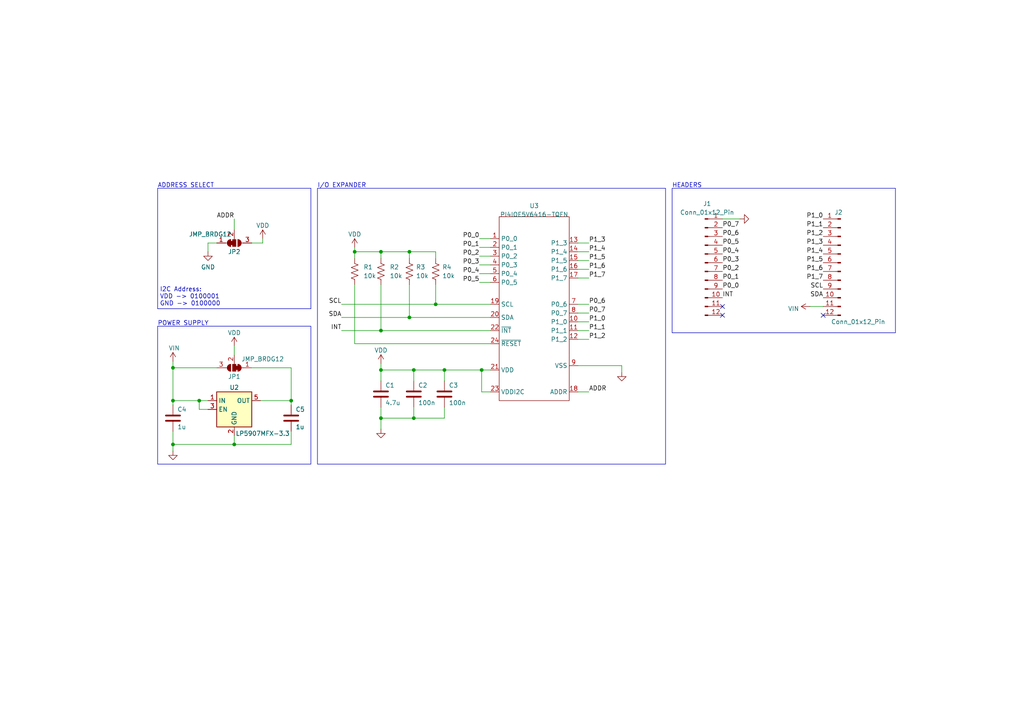
<source format=kicad_sch>
(kicad_sch (version 20230121) (generator eeschema)
  (paper "A4")
  (title_block (title "PI4IO IO Expander Breakout") (date "2023-07-21") (rev "3") (comment 1 "Designer: Jacob Simeone (jsimeone0105@gmail.com)"))
  (lib_symbols
    (symbol "Connector:Conn_01x12_Pin" (pin_names (offset 1.016) hide)
      (property "Reference" "J" (at 0 15.24 0))
      (property "Value" "Conn_01x12_Pin" (at 0 -17.78 0))
      (symbol "Conn_01x12_Pin_1_1"
        (polyline (pts (xy 1.27 -15.24) (xy 0.8636 -15.24)) (stroke (width 0.1524)))
        (polyline (pts (xy 1.27 -12.7) (xy 0.8636 -12.7)) (stroke (width 0.1524)))
        (polyline (pts (xy 1.27 -10.16) (xy 0.8636 -10.16)) (stroke (width 0.1524)))
        (polyline (pts (xy 1.27 -7.62) (xy 0.8636 -7.62)) (stroke (width 0.1524)))
        (polyline (pts (xy 1.27 -5.08) (xy 0.8636 -5.08)) (stroke (width 0.1524)))
        (polyline (pts (xy 1.27 -2.54) (xy 0.8636 -2.54)) (stroke (width 0.1524)))
        (polyline (pts (xy 1.27 0) (xy 0.8636 0)) (stroke (width 0.1524)))
        (polyline (pts (xy 1.27 2.54) (xy 0.8636 2.54)) (stroke (width 0.1524)))
        (polyline (pts (xy 1.27 5.08) (xy 0.8636 5.08)) (stroke (width 0.1524)))
        (polyline (pts (xy 1.27 7.62) (xy 0.8636 7.62)) (stroke (width 0.1524)))
        (polyline (pts (xy 1.27 10.16) (xy 0.8636 10.16)) (stroke (width 0.1524)))
        (polyline (pts (xy 1.27 12.7) (xy 0.8636 12.7)) (stroke (width 0.1524)))
        (rectangle (start 0.8636 -15.113) (end 0 -15.367) (stroke (width 0.1524)) (fill (type outline)))
        (rectangle (start 0.8636 -12.573) (end 0 -12.827) (stroke (width 0.1524)) (fill (type outline)))
        (rectangle (start 0.8636 -10.033) (end 0 -10.287) (stroke (width 0.1524)) (fill (type outline)))
        (rectangle (start 0.8636 -7.493) (end 0 -7.747) (stroke (width 0.1524)) (fill (type outline)))
        (rectangle (start 0.8636 -4.953) (end 0 -5.207) (stroke (width 0.1524)) (fill (type outline)))
        (rectangle (start 0.8636 -2.413) (end 0 -2.667) (stroke (width 0.1524)) (fill (type outline)))
        (rectangle (start 0.8636 0.127) (end 0 -0.127) (stroke (width 0.1524)) (fill (type outline)))
        (rectangle (start 0.8636 2.667) (end 0 2.413) (stroke (width 0.1524)) (fill (type outline)))
        (rectangle (start 0.8636 5.207) (end 0 4.953) (stroke (width 0.1524)) (fill (type outline)))
        (rectangle (start 0.8636 7.747) (end 0 7.493) (stroke (width 0.1524)) (fill (type outline)))
        (rectangle (start 0.8636 10.287) (end 0 10.033) (stroke (width 0.1524)) (fill (type outline)))
        (rectangle (start 0.8636 12.827) (end 0 12.573) (stroke (width 0.1524)) (fill (type outline)))
        (pin passive line (at 5.08 12.7 180) (length 3.81) (name "Pin_1") (number "1"))
        (pin passive line (at 5.08 -10.16 180) (length 3.81) (name "Pin_10") (number "10"))
        (pin passive line (at 5.08 -12.7 180) (length 3.81) (name "Pin_11") (number "11"))
        (pin passive line (at 5.08 -15.24 180) (length 3.81) (name "Pin_12") (number "12"))
        (pin passive line (at 5.08 10.16 180) (length 3.81) (name "Pin_2") (number "2"))
        (pin passive line (at 5.08 7.62 180) (length 3.81) (name "Pin_3") (number "3"))
        (pin passive line (at 5.08 5.08 180) (length 3.81) (name "Pin_4") (number "4"))
        (pin passive line (at 5.08 2.54 180) (length 3.81) (name "Pin_5") (number "5"))
        (pin passive line (at 5.08 0 180) (length 3.81) (name "Pin_6") (number "6"))
        (pin passive line (at 5.08 -2.54 180) (length 3.81) (name "Pin_7") (number "7"))
        (pin passive line (at 5.08 -5.08 180) (length 3.81) (name "Pin_8") (number "8"))
        (pin passive line (at 5.08 -7.62 180) (length 3.81) (name "Pin_9") (number "9"))
      )
    )
    (symbol "Device:C" (pin_numbers hide) (pin_names (offset 0.254))
      (property "Reference" "C" (at 0.635 2.54 0))
      (property "Value" "C" (at 0.635 -2.54 0))
      (symbol "C_0_1"
        (polyline (pts (xy -2.032 -0.762) (xy 2.032 -0.762)) (stroke (width 0.508)))
        (polyline (pts (xy -2.032 0.762) (xy 2.032 0.762)) (stroke (width 0.508)))
      )
      (symbol "C_1_1"
        (pin passive line (at 0 3.81 270) (length 2.794) (name "~") (number "1"))
        (pin passive line (at 0 -3.81 90) (length 2.794) (name "~") (number "2"))
      )
    )
    (symbol "Device:R_US" (pin_numbers hide) (pin_names (offset 0))
      (property "Reference" "R" (at 2.54 0 90))
      (property "Value" "R_US" (at -2.54 0 90))
      (symbol "R_US_0_1"
        (polyline (pts (xy 0 -2.286) (xy 0 -2.54)))
        (polyline (pts (xy 0 2.286) (xy 0 2.54)))
        (polyline (pts (xy 0 -0.762) (xy 1.016 -1.143) (xy 0 -1.524) (xy -1.016 -1.905) (xy 0 -2.286)))
        (polyline (pts (xy 0 0.762) (xy 1.016 0.381) (xy 0 0) (xy -1.016 -0.381) (xy 0 -0.762)))
        (polyline (pts (xy 0 2.286) (xy 1.016 1.905) (xy 0 1.524) (xy -1.016 1.143) (xy 0 0.762)))
      )
      (symbol "R_US_1_1"
        (pin passive line (at 0 3.81 270) (length 1.27) (name "~") (number "1"))
        (pin passive line (at 0 -3.81 90) (length 1.27) (name "~") (number "2"))
      )
    )
    (symbol "JS_DiodesInc:PI4IOE5V6416-TQFN"
      (property "Reference" "U" (at 0 25.4 0))
      (property "Value" "PI4IOE5V6416-TQFN" (at -10.16 29.21 0))
      (symbol "PI4IOE5V6416-TQFN_0_0"
        (pin bidirectional line (at -12.7 21.59 0) (length 2.54) (name "P0_0") (number "1"))
        (pin bidirectional line (at 12.7 -2.54 180) (length 2.54) (name "P1_0") (number "10"))
        (pin bidirectional line (at 12.7 -5.08 180) (length 2.54) (name "P1_1") (number "11"))
        (pin bidirectional line (at 12.7 -7.62 180) (length 2.54) (name "P1_2") (number "12"))
        (pin bidirectional line (at 12.7 20.32 180) (length 2.54) (name "P1_3") (number "13"))
        (pin bidirectional line (at 12.7 17.78 180) (length 2.54) (name "P1_4") (number "14"))
        (pin bidirectional line (at 12.7 15.24 180) (length 2.54) (name "P1_5") (number "15"))
        (pin bidirectional line (at 12.7 12.7 180) (length 2.54) (name "P1_6") (number "16"))
        (pin bidirectional line (at 12.7 10.16 180) (length 2.54) (name "P1_7") (number "17"))
        (pin bidirectional line (at -12.7 2.54 0) (length 2.54) (name "SCL") (number "19"))
        (pin bidirectional line (at -12.7 19.05 0) (length 2.54) (name "P0_1") (number "2"))
        (pin bidirectional line (at -12.7 -1.27 0) (length 2.54) (name "SDA") (number "20"))
        (pin power_in line (at -12.7 -16.51 0) (length 2.54) (name "VDD") (number "21"))
        (pin power_in line (at -12.7 -22.86 0) (length 2.54) (name "VDDI2C") (number "23"))
        (pin bidirectional line (at -12.7 16.51 0) (length 2.54) (name "P0_2") (number "3"))
        (pin bidirectional line (at -12.7 13.97 0) (length 2.54) (name "P0_3") (number "4"))
        (pin bidirectional line (at -12.7 11.43 0) (length 2.54) (name "P0_4") (number "5"))
        (pin bidirectional line (at -12.7 8.89 0) (length 2.54) (name "P0_5") (number "6"))
        (pin bidirectional line (at 12.7 2.54 180) (length 2.54) (name "P0_6") (number "7"))
        (pin bidirectional line (at 12.7 0 180) (length 2.54) (name "P0_7") (number "8"))
        (pin passive line (at 12.7 -15.24 180) (length 2.54) (name "VSS") (number "9"))
      )
      (symbol "PI4IOE5V6416-TQFN_0_1"
        (rectangle (start -10.16 27.94) (end 10.16 -25.4))
      )
      (symbol "PI4IOE5V6416-TQFN_1_0"
        (pin input line (at 12.7 -22.86 180) (length 2.54) (name "ADDR") (number "18"))
        (pin output line (at -12.7 -5.08 0) (length 2.54) (name "~{INT}") (number "22"))
        (pin input line (at -12.7 -8.89 0) (length 2.54) (name "~{RESET}") (number "24"))
      )
    )
    (symbol "Jumper:SolderJumper_3_Bridged12" (pin_names (offset 0) hide)
      (property "Reference" "JP" (at -2.54 -2.54 0))
      (property "Value" "SolderJumper_3_Bridged12" (at 0 2.794 0))
      (symbol "SolderJumper_3_Bridged12_0_1"
        (rectangle (start -1.016 0.508) (end -0.508 -0.508) (fill (type outline)))
        (arc (start -1.016 1.016) (mid -2.0276 0) (end -1.016 -1.016))
        (arc (start -1.016 1.016) (mid -2.0276 0) (end -1.016 -1.016) (fill (type outline)))
        (rectangle (start -0.508 1.016) (end 0.508 -1.016) (fill (type outline)))
        (polyline (pts (xy -2.54 0) (xy -2.032 0)))
        (polyline (pts (xy -1.016 1.016) (xy -1.016 -1.016)))
        (polyline (pts (xy 0 -1.27) (xy 0 -1.016)))
        (polyline (pts (xy 1.016 1.016) (xy 1.016 -1.016)))
        (polyline (pts (xy 2.54 0) (xy 2.032 0)))
        (arc (start 1.016 -1.016) (mid 2.0276 0) (end 1.016 1.016))
        (arc (start 1.016 -1.016) (mid 2.0276 0) (end 1.016 1.016) (fill (type outline)))
      )
      (symbol "SolderJumper_3_Bridged12_1_1"
        (pin passive line (at -5.08 0 0) (length 2.54) (name "A") (number "1"))
        (pin passive line (at 0 -3.81 90) (length 2.54) (name "C") (number "2"))
        (pin passive line (at 5.08 0 180) (length 2.54) (name "B") (number "3"))
      )
    )
    (symbol "PWF_power:VIN" (power) (pin_names (offset 0))
      (property "Value" "VIN" (at 0 3.81 0))
      (symbol "VIN_0_1"
        (polyline (pts (xy -0.762 1.27) (xy 0 2.54)))
        (polyline (pts (xy 0 0) (xy 0 2.54)))
        (polyline (pts (xy 0 2.54) (xy 0.762 1.27)))
      )
      (symbol "VIN_1_1"
        (pin power_in line (at 0 0 90) (length 0) hide (name "VIN") (number "1"))
      )
    )
    (symbol "Regulator_Linear:LP5907MFX-3.3"
      (property "Reference" "U" (at -3.81 6.35 0))
      (property "Value" "LP5907MFX-3.3" (at 6.35 6.35 0))
      (symbol "LP5907MFX-3.3_0_1"
        (rectangle (start -5.08 -5.08) (end 5.08 5.08) (stroke (width 0.254)) (fill (type background)))
        (pin power_in line (at -7.62 2.54 0) (length 2.54) (name "IN") (number "1"))
        (pin power_in line (at 0 -7.62 90) (length 2.54) (name "GND") (number "2"))
        (pin input line (at -7.62 0 0) (length 2.54) (name "EN") (number "3"))
        (pin no_connect line (at 5.08 0 180) (length 2.54) hide (name "NC") (number "4"))
        (pin power_out line (at 7.62 2.54 180) (length 2.54) (name "OUT") (number "5"))
      )
    )
    (symbol "power:GND" (power) (pin_names (offset 0))
      (property "Value" "GND" (at 0 -3.81 0))
      (symbol "GND_0_1"
        (polyline (pts (xy 0 0) (xy 0 -1.27) (xy 1.27 -1.27) (xy 0 -2.54) (xy -1.27 -1.27) (xy 0 -1.27)))
      )
      (symbol "GND_1_1"
        (pin power_in line (at 0 0 270) (length 0) hide (name "GND") (number "1"))
      )
    )
    (symbol "power:VDD" (power) (pin_names (offset 0))
      (property "Value" "VDD" (at 0 3.81 0))
      (symbol "VDD_0_1"
        (polyline (pts (xy -0.762 1.27) (xy 0 2.54)))
        (polyline (pts (xy 0 0) (xy 0 2.54)))
        (polyline (pts (xy 0 2.54) (xy 0.762 1.27)))
      )
      (symbol "VDD_1_1"
        (pin power_in line (at 0 0 90) (length 0) hide (name "VDD") (number "1"))
      )
    )
  )
  (junction (at 128.905 107.315))
  (junction (at 118.745 73.025))
  (junction (at 67.945 128.905))
  (junction (at 120.015 107.315))
  (junction (at 50.165 106.68))
  (junction (at 110.49 73.025))
  (junction (at 50.165 128.905))
  (junction (at 139.7 107.315))
  (junction (at 110.49 121.285))
  (junction (at 126.365 88.265))
  (junction (at 118.745 92.075))
  (junction (at 84.455 116.205))
  (junction (at 120.015 121.285))
  (junction (at 57.785 116.205))
  (junction (at 102.87 73.025))
  (junction (at 110.49 95.885))
  (junction (at 110.49 107.315))
  (junction (at 50.165 116.205))
  (no_connect (at 209.55 88.9))
  (no_connect (at 209.55 91.44))
  (no_connect (at 238.76 91.44))
  (wire (pts (xy 67.945 126.365) (xy 67.945 128.905)))
  (wire (pts (xy 60.325 116.205) (xy 57.785 116.205)))
  (wire (pts (xy 75.565 116.205) (xy 84.455 116.205)))
  (wire (pts (xy 128.905 107.315) (xy 120.015 107.315)))
  (polyline (pts (xy 90.17 89.535) (xy 45.72 89.535)))
  (wire (pts (xy 60.325 118.745) (xy 57.785 118.745)))
  (wire (pts (xy 99.06 95.885) (xy 110.49 95.885)))
  (wire (pts (xy 128.905 121.285) (xy 120.015 121.285)))
  (wire (pts (xy 84.455 128.905) (xy 84.455 125.095)))
  (wire (pts (xy 167.64 95.885) (xy 170.815 95.885)))
  (wire (pts (xy 118.745 92.075) (xy 142.24 92.075)))
  (wire (pts (xy 118.745 92.075) (xy 118.745 82.55)))
  (wire (pts (xy 126.365 73.025) (xy 118.745 73.025)))
  (wire (pts (xy 128.905 118.11) (xy 128.905 121.285)))
  (wire (pts (xy 110.49 95.885) (xy 142.24 95.885)))
  (wire (pts (xy 84.455 106.68) (xy 73.025 106.68)))
  (polyline (pts (xy 45.72 89.535) (xy 45.72 54.61)))
  (wire (pts (xy 167.64 113.665) (xy 170.815 113.665)))
  (wire (pts (xy 57.785 116.205) (xy 50.165 116.205)))
  (wire (pts (xy 142.24 113.665) (xy 139.7 113.665)))
  (wire (pts (xy 167.64 75.565) (xy 170.815 75.565)))
  (wire (pts (xy 139.065 79.375) (xy 142.24 79.375)))
  (wire (pts (xy 73.025 70.485) (xy 76.2 70.485)))
  (wire (pts (xy 234.95 88.9) (xy 238.76 88.9)))
  (wire (pts (xy 110.49 95.885) (xy 110.49 82.55)))
  (wire (pts (xy 102.87 99.695) (xy 102.87 82.55)))
  (polyline (pts (xy 45.72 54.61) (xy 90.17 54.61)))
  (wire (pts (xy 167.64 73.025) (xy 170.815 73.025)))
  (wire (pts (xy 57.785 118.745) (xy 57.785 116.205)))
  (wire (pts (xy 139.065 81.915) (xy 142.24 81.915)))
  (wire (pts (xy 167.64 88.265) (xy 170.815 88.265)))
  (wire (pts (xy 67.945 100.33) (xy 67.945 102.87)))
  (wire (pts (xy 120.015 118.11) (xy 120.015 121.285)))
  (wire (pts (xy 76.2 69.215) (xy 76.2 70.485)))
  (wire (pts (xy 102.87 73.025) (xy 102.87 71.755)))
  (wire (pts (xy 50.165 116.205) (xy 50.165 117.475)))
  (wire (pts (xy 50.165 128.905) (xy 67.945 128.905)))
  (wire (pts (xy 167.64 93.345) (xy 170.815 93.345)))
  (wire (pts (xy 126.365 88.265) (xy 142.24 88.265)))
  (wire (pts (xy 110.49 118.11) (xy 110.49 121.285)))
  (wire (pts (xy 62.865 70.485) (xy 60.325 70.485)))
  (wire (pts (xy 84.455 116.205) (xy 84.455 106.68)))
  (wire (pts (xy 180.34 106.045) (xy 180.34 107.95)))
  (wire (pts (xy 110.49 73.025) (xy 102.87 73.025)))
  (wire (pts (xy 99.06 88.265) (xy 126.365 88.265)))
  (wire (pts (xy 84.455 116.205) (xy 84.455 117.475)))
  (wire (pts (xy 167.64 70.485) (xy 170.815 70.485)))
  (wire (pts (xy 167.64 90.805) (xy 170.815 90.805)))
  (wire (pts (xy 60.325 70.485) (xy 60.325 73.025)))
  (wire (pts (xy 102.87 73.025) (xy 102.87 74.93)))
  (wire (pts (xy 110.49 107.315) (xy 110.49 110.49)))
  (wire (pts (xy 110.49 121.285) (xy 110.49 124.46)))
  (wire (pts (xy 50.165 128.905) (xy 50.165 130.81)))
  (wire (pts (xy 50.165 106.68) (xy 62.865 106.68)))
  (wire (pts (xy 167.64 78.105) (xy 170.815 78.105)))
  (wire (pts (xy 118.745 73.025) (xy 118.745 74.93)))
  (wire (pts (xy 128.905 107.315) (xy 128.905 110.49)))
  (wire (pts (xy 120.015 121.285) (xy 110.49 121.285)))
  (wire (pts (xy 139.065 71.755) (xy 142.24 71.755)))
  (wire (pts (xy 167.64 106.045) (xy 180.34 106.045)))
  (polyline (pts (xy 90.17 54.61) (xy 90.17 89.535)))
  (wire (pts (xy 126.365 88.265) (xy 126.365 82.55)))
  (wire (pts (xy 120.015 107.315) (xy 110.49 107.315)))
  (wire (pts (xy 209.55 63.5) (xy 214.63 63.5)))
  (wire (pts (xy 139.065 76.835) (xy 142.24 76.835)))
  (wire (pts (xy 139.065 74.295) (xy 142.24 74.295)))
  (wire (pts (xy 50.165 125.095) (xy 50.165 128.905)))
  (wire (pts (xy 50.165 106.68) (xy 50.165 116.205)))
  (wire (pts (xy 142.24 99.695) (xy 102.87 99.695)))
  (wire (pts (xy 110.49 73.025) (xy 110.49 74.93)))
  (wire (pts (xy 139.7 113.665) (xy 139.7 107.315)))
  (wire (pts (xy 167.64 98.425) (xy 170.815 98.425)))
  (wire (pts (xy 139.7 107.315) (xy 128.905 107.315)))
  (wire (pts (xy 139.065 69.215) (xy 142.24 69.215)))
  (wire (pts (xy 167.64 80.645) (xy 170.815 80.645)))
  (wire (pts (xy 142.24 107.315) (xy 139.7 107.315)))
  (wire (pts (xy 126.365 74.93) (xy 126.365 73.025)))
  (wire (pts (xy 67.945 128.905) (xy 84.455 128.905)))
  (wire (pts (xy 110.49 107.315) (xy 110.49 105.41)))
  (wire (pts (xy 118.745 73.025) (xy 110.49 73.025)))
  (wire (pts (xy 120.015 107.315) (xy 120.015 110.49)))
  (wire (pts (xy 67.945 63.5) (xy 67.945 66.675)))
  (wire (pts (xy 99.06 92.075) (xy 118.745 92.075)))
  (wire (pts (xy 50.165 104.775) (xy 50.165 106.68)))
  (rectangle (start 92.075 54.61) (end 193.04 134.62))
  (rectangle (start 45.72 94.615) (end 90.17 134.62))
  (rectangle (start 194.945 54.61) (end 259.715 96.52))
  (text "POWER SUPPLY" (at 45.72 94.615 0) (effects (font (size 1.27 1.27)) (justify left bottom)))
  (text "ADDRESS SELECT" (at 45.72 54.61 0) (effects (font (size 1.27 1.27)) (justify left bottom)))
  (text "HEADERS" (at 194.945 54.61 0) (effects (font (size 1.27 1.27)) (justify left bottom)))
  (text "I2C Address:\nVDD -> 0100001\nGND -> 0100000" (at 46.355 88.9 0) (effects (font (size 1.27 1.27)) (justify left bottom)))
  (text "I/O EXPANDER" (at 92.075 54.61 0) (effects (font (size 1.27 1.27)) (justify left bottom)))
  (label "SDA" (at 99.06 92.075 180))
  (label "P0_2" (at 209.55 78.74 0))
  (label "P1_2" (at 238.76 68.58 180))
  (label "P0_4" (at 139.065 79.375 180))
  (label "P0_0" (at 139.065 69.215 180))
  (label "P1_4" (at 238.76 73.66 180))
  (label "P0_4" (at 209.55 73.66 0))
  (label "P1_5" (at 238.76 76.2 180))
  (label "P1_7" (at 170.815 80.645 0))
  (label "ADDR" (at 170.815 113.665 0))
  (label "INT" (at 209.55 86.36 0))
  (label "P0_6" (at 170.815 88.265 0))
  (label "P1_3" (at 170.815 70.485 0))
  (label "P1_1" (at 170.815 95.885 0))
  (label "P0_5" (at 139.065 81.915 180))
  (label "P1_0" (at 170.815 93.345 0))
  (label "P0_5" (at 209.55 71.12 0))
  (label "P1_5" (at 170.815 75.565 0))
  (label "P1_6" (at 238.76 78.74 180))
  (label "P1_7" (at 238.76 81.28 180))
  (label "INT" (at 99.06 95.885 180))
  (label "P0_1" (at 139.065 71.755 180))
  (label "P0_6" (at 209.55 68.58 0))
  (label "P0_2" (at 139.065 74.295 180))
  (label "P0_7" (at 209.55 66.04 0))
  (label "SCL" (at 99.06 88.265 180))
  (label "P0_7" (at 170.815 90.805 0))
  (label "P1_0" (at 238.76 63.5 180))
  (label "P1_6" (at 170.815 78.105 0))
  (label "SDA" (at 238.76 86.36 180))
  (label "P1_4" (at 170.815 73.025 0))
  (label "P1_1" (at 238.76 66.04 180))
  (label "SCL" (at 238.76 83.82 180))
  (label "P0_0" (at 209.55 83.82 0))
  (label "P1_2" (at 170.815 98.425 0))
  (label "P0_1" (at 209.55 81.28 0))
  (label "ADDR" (at 67.945 63.5 180))
  (label "P0_3" (at 209.55 76.2 0))
  (label "P0_3" (at 139.065 76.835 180))
  (label "P1_3" (at 238.76 71.12 180))
  (symbol (lib_id "Connector:Conn_01x12_Pin") (at 204.47 76.2 0) (unit 1)
    (property "Reference" "J1" (at 205.105 59.0719 0))
    (property "Value" "Conn_01x12_Pin" (at 205.105 61.6119 0))
    (property "Footprint" "Connector_PinHeader_2.54mm:PinHeader_1x12_P2.54mm_Vertical" (effects hide))
  )
  (symbol (lib_id "PWF_power:VIN") (at 234.95 88.9 90) (unit 1)
    (property "Reference" "#PWR05" (effects hide))
    (property "Value" "VIN" (at 231.775 89.535 90) (effects (justify left)))
  )
  (symbol (lib_id "power:VDD") (at 102.87 71.755 0) (unit 1)
    (property "Reference" "#PWR08" (effects hide))
    (property "Value" "VDD" (at 102.87 67.945 0))
  )
  (symbol (lib_id "Device:R_US") (at 118.745 78.74 0) (unit 1)
    (property "Reference" "R3" (at 120.65 77.47 0) (effects (justify left)))
    (property "Value" "10k" (at 120.65 80.01 0) (effects (justify left)))
    (property "Footprint" "Resistor_SMD:R_0603_1608Metric" (effects hide))
  )
  (symbol (lib_id "power:GND") (at 180.34 107.95 0) (unit 1)
    (property "Reference" "#PWR011" (effects hide))
    (property "Value" "GND" (effects hide))
  )
  (symbol (lib_id "Device:C") (at 128.905 114.3 0) (unit 1)
    (property "Reference" "C3" (at 130.175 111.76 0) (effects (justify left)))
    (property "Value" "100n" (at 130.175 116.84 0) (effects (justify left)))
    (property "Footprint" "Capacitor_SMD:C_0603_1608Metric" (effects hide))
  )
  (symbol (lib_id "Jumper:SolderJumper_3_Bridged12") (at 67.945 106.68 180) (unit 1)
    (property "Reference" "JP1" (at 67.945 109.22 0))
    (property "Value" "JMP_BRDG12" (at 76.2 104.14 0))
    (property "Footprint" "Jumper:SolderJumper-3_P1.3mm_Bridged12_RoundedPad1.0x1.5mm" (effects hide))
  )
  (symbol (lib_id "JS_DiodesInc:PI4IOE5V6416-TQFN") (at 154.94 90.805 0) (unit 1)
    (property "Reference" "U3" (at 154.94 59.69 0))
    (property "Value" "PI4IOE5V6416-TQFN" (at 154.94 62.23 0))
    (property "Footprint" "Package_DFN_QFN:TQFN-24-1EP_4x4mm_P0.5mm_EP2.1x2.1mm" (effects hide))
    (property "Datasheet" "https://www.mouser.com/datasheet/2/115/PI4IOE5V6416-1488866.pdf" (effects hide))
  )
  (symbol (lib_id "PWF_power:VIN") (at 50.165 104.775 0) (unit 1)
    (property "Reference" "#PWR09" (effects hide))
    (property "Value" "VIN" (at 48.895 100.965 0) (effects (justify left)))
  )
  (symbol (lib_id "Device:C") (at 120.015 114.3 0) (unit 1)
    (property "Reference" "C2" (at 121.285 111.76 0) (effects (justify left)))
    (property "Value" "100n" (at 121.285 116.84 0) (effects (justify left)))
    (property "Footprint" "Capacitor_SMD:C_0603_1608Metric" (effects hide))
  )
  (symbol (lib_id "Device:R_US") (at 102.87 78.74 0) (unit 1)
    (property "Reference" "R1" (at 105.41 77.47 0) (effects (justify left)))
    (property "Value" "10k" (at 105.41 80.01 0) (effects (justify left)))
    (property "Footprint" "Resistor_SMD:R_0603_1608Metric" (effects hide))
  )
  (symbol (lib_id "Device:C") (at 50.165 121.285 0) (unit 1)
    (property "Reference" "C4" (at 51.435 118.745 0) (effects (justify left)))
    (property "Value" "1u" (at 51.435 123.825 0) (effects (justify left)))
    (property "Footprint" "Capacitor_SMD:C_0603_1608Metric" (effects hide))
  )
  (symbol (lib_id "power:VDD") (at 110.49 105.41 0) (unit 1)
    (property "Reference" "#PWR04" (effects hide))
    (property "Value" "VDD" (at 110.49 101.6 0))
  )
  (symbol (lib_id "power:GND") (at 60.325 73.025 0) (unit 1)
    (property "Reference" "#PWR02" (effects hide))
    (property "Value" "GND" (at 60.325 77.47 0))
  )
  (symbol (lib_id "Device:C") (at 84.455 121.285 0) (unit 1)
    (property "Reference" "C5" (at 85.725 118.745 0) (effects (justify left)))
    (property "Value" "1u" (at 85.725 123.825 0) (effects (justify left)))
    (property "Footprint" "Capacitor_SMD:C_0603_1608Metric" (effects hide))
  )
  (symbol (lib_id "Device:R_US") (at 110.49 78.74 0) (unit 1)
    (property "Reference" "R2" (at 113.03 77.47 0) (effects (justify left)))
    (property "Value" "10k" (at 113.03 80.01 0) (effects (justify left)))
    (property "Footprint" "Resistor_SMD:R_0603_1608Metric" (effects hide))
  )
  (symbol (lib_id "power:GND") (at 110.49 124.46 0) (unit 1)
    (property "Reference" "#PWR01" (effects hide))
    (property "Value" "GND" (effects hide))
  )
  (symbol (lib_id "Regulator_Linear:LP5907MFX-3.3") (at 67.945 118.745 0) (unit 1)
    (property "Reference" "U2" (at 67.945 112.395 0))
    (property "Value" "LP5907MFX-3.3" (at 76.2 125.73 0))
    (property "Footprint" "Package_TO_SOT_SMD:SOT-23-5" (effects hide))
    (property "Datasheet" "http://www.ti.com/lit/ds/symlink/lp5907.pdf" (effects hide))
  )
  (symbol (lib_id "power:GND") (at 50.165 130.81 0) (unit 1)
    (property "Reference" "#PWR07" (effects hide))
    (property "Value" "GND" (effects hide))
  )
  (symbol (lib_id "Device:C") (at 110.49 114.3 0) (unit 1)
    (property "Reference" "C1" (at 111.76 111.76 0) (effects (justify left)))
    (property "Value" "4.7u" (at 111.76 116.84 0) (effects (justify left)))
    (property "Footprint" "Capacitor_SMD:C_0603_1608Metric" (effects hide))
  )
  (symbol (lib_id "Jumper:SolderJumper_3_Bridged12") (at 67.945 70.485 0) (mirror x) (unit 1)
    (property "Reference" "JP2" (at 67.945 73.025 0))
    (property "Value" "JMP_BRDG12" (at 60.96 67.945 0))
    (property "Footprint" "Jumper:SolderJumper-3_P1.3mm_Bridged12_RoundedPad1.0x1.5mm" (effects hide))
  )
  (symbol (lib_id "Connector:Conn_01x12_Pin") (at 243.84 76.2 0) (mirror y) (unit 1)
    (property "Reference" "J2" (at 243.205 61.595 0))
    (property "Value" "Conn_01x12_Pin" (at 248.92 93.345 0))
    (property "Footprint" "Connector_PinHeader_2.54mm:PinHeader_1x12_P2.54mm_Vertical" (effects hide))
  )
  (symbol (lib_id "Device:R_US") (at 126.365 78.74 0) (unit 1)
    (property "Reference" "R4" (at 128.27 77.47 0) (effects (justify left)))
    (property "Value" "10k" (at 128.27 80.01 0) (effects (justify left)))
    (property "Footprint" "Resistor_SMD:R_0603_1608Metric" (effects hide))
  )
  (symbol (lib_id "power:VDD") (at 67.945 100.33 0) (unit 1)
    (property "Reference" "#PWR03" (effects hide))
    (property "Value" "VDD" (at 67.945 96.52 0))
  )
  (symbol (lib_id "power:GND") (at 214.63 63.5 90) (unit 1)
    (property "Reference" "#PWR010" (effects hide))
    (property "Value" "GND" (effects hide))
  )
  (symbol (lib_id "power:VDD") (at 76.2 69.215 0) (unit 1)
    (property "Reference" "#PWR06" (effects hide))
    (property "Value" "VDD" (at 76.2 65.405 0))
  )
)
</source>
